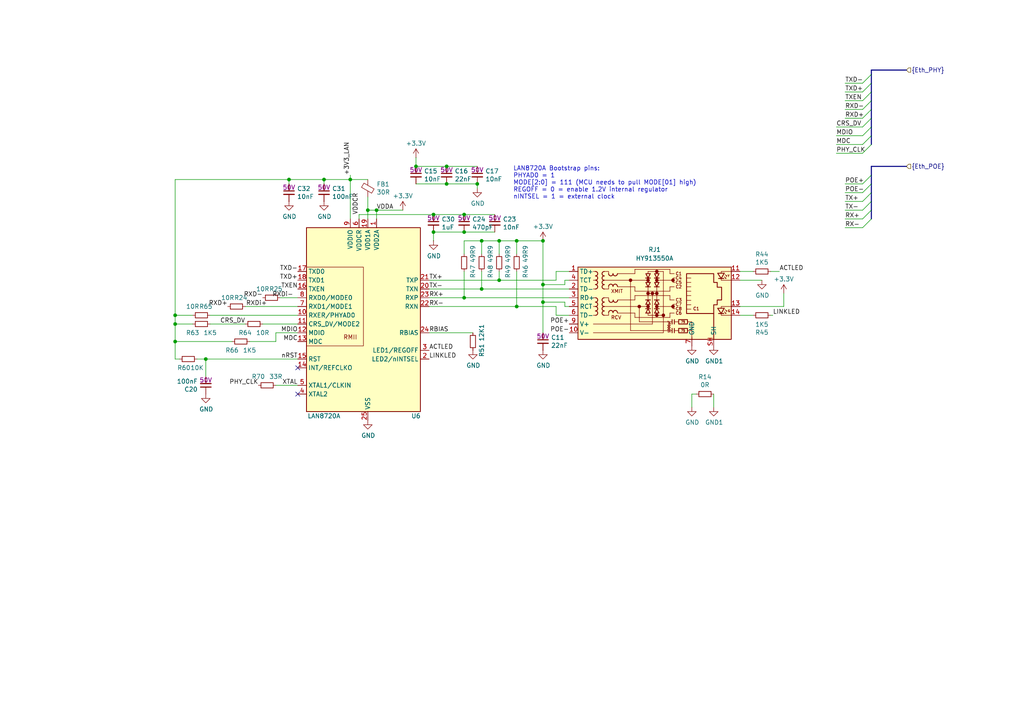
<source format=kicad_sch>
(kicad_sch (version 20250114) (generator "eeschema") (generator_version "9.0")
  (paper "A4")
  (lib_symbols
    (symbol "Device:C_Small" (pin_numbers (hide yes)) (pin_names (offset 0.254) (hide yes))
      (property "Reference" "C" (at 0.254 1.778 0))
      (property "Value" "C_Small" (at 0.254 -2.032 0))
      (symbol "C_Small_0_1"
        (polyline (pts (xy -1.524 0.508) (xy 1.524 0.508)) (stroke (width 0.3048)))
        (polyline (pts (xy -1.524 -0.508) (xy 1.524 -0.508)) (stroke (width 0.3302)))
      )
      (symbol "C_Small_1_1"
        (pin passive line (at 0 2.54 270) (length 2.032) (name "~") (number "1"))
        (pin passive line (at 0 -2.54 90) (length 2.032) (name "~") (number "2"))
      )
    )
    (symbol "Device:Ferrite_Bead_Small" (pin_numbers (hide yes)) (pin_names (offset 0))
      (property "Reference" "FB" (at 1.905 1.27 0))
      (property "Value" "Ferrite_Bead_Small" (at 1.905 -1.27 0))
      (symbol "Ferrite_Bead_Small_0_1"
        (polyline (pts (xy -1.8288 0.2794) (xy -1.1176 1.4986) (xy 1.8288 -0.2032) (xy 1.1176 -1.4224) (xy -1.8288 0.2794)))
        (polyline (pts (xy 0 0.889) (xy 0 1.2954)))
        (polyline (pts (xy 0 -1.27) (xy 0 -0.7874)))
      )
      (symbol "Ferrite_Bead_Small_1_1"
        (pin passive line (at 0 2.54 270) (length 1.27) (name "~") (number "1"))
        (pin passive line (at 0 -2.54 90) (length 1.27) (name "~") (number "2"))
      )
    )
    (symbol "Device:R_Small" (pin_numbers (hide yes)) (pin_names (offset 0.254) (hide yes))
      (property "Reference" "R" (at 0.762 0.508 0))
      (property "Value" "R_Small" (at 0.762 -1.016 0))
      (symbol "R_Small_0_1"
        (rectangle (start -0.762 1.778) (end 0.762 -1.778) (stroke (width 0.2032)))
      )
      (symbol "R_Small_1_1"
        (pin passive line (at 0 2.54 270) (length 0.762) (name "~") (number "1"))
        (pin passive line (at 0 -2.54 90) (length 0.762) (name "~") (number "2"))
      )
    )
    (symbol "Interface_Ethernet:LAN8720A"
      (property "Reference" "U" (at -13.97 29.21 0))
      (property "Value" "LAN8720A" (at 15.24 29.21 0))
      (symbol "LAN8720A_0_0"
        (text "RMII" (at -5.08 -3.81 0) (effects (font (size 1.27 1.27))))
      )
      (symbol "LAN8720A_0_1"
        (rectangle (start -17.78 27.94) (end 15.24 -25.4) (stroke (width 0.254)) (fill (type background)))
        (polyline (pts (xy -17.78 -6.35) (xy -1.27 -6.35) (xy -1.27 16.51) (xy -17.78 16.51)))
      )
      (symbol "LAN8720A_1_1"
        (pin input line (at -20.32 15.24 0) (length 2.54) (name "TXD0") (number "17"))
        (pin input line (at -20.32 12.7 0) (length 2.54) (name "TXD1") (number "18"))
        (pin input line (at -20.32 10.16 0) (length 2.54) (name "TXEN") (number "16"))
        (pin output line (at -20.32 7.62 0) (length 2.54) (name "RXD0/MODE0") (number "8"))
        (pin output line (at -20.32 5.08 0) (length 2.54) (name "RXD1/MODE1") (number "7"))
        (pin output line (at -20.32 2.54 0) (length 2.54) (name "RXER/PHYAD0") (number "10"))
        (pin output line (at -20.32 0 0) (length 2.54) (name "CRS_DV/MODE2") (number "11"))
        (pin bidirectional line (at -20.32 -2.54 0) (length 2.54) (name "MDIO") (number "12"))
        (pin input line (at -20.32 -5.08 0) (length 2.54) (name "MDC") (number "13"))
        (pin input line (at -20.32 -10.16 0) (length 2.54) (name "RST") (number "15"))
        (pin output line (at -20.32 -12.7 0) (length 2.54) (name "INT/REFCLKO") (number "14"))
        (pin passive line (at -20.32 -17.78 0) (length 2.54) (name "XTAL1/CLKIN") (number "5"))
        (pin passive line (at -20.32 -20.32 0) (length 2.54) (name "XTAL2") (number "4"))
        (pin power_in line (at -5.08 30.48 270) (length 2.54) (name "VDDIO") (number "9"))
        (pin power_in line (at -2.54 30.48 270) (length 2.54) (name "VDDCR") (number "6"))
        (pin power_in line (at 0 30.48 270) (length 2.54) (name "VDD1A") (number "19"))
        (pin power_in line (at 0 -27.94 90) (length 2.54) (name "VSS") (number "25"))
        (pin power_in line (at 2.54 30.48 270) (length 2.54) (name "VDD2A") (number "1"))
        (pin output line (at 17.78 12.7 180) (length 2.54) (name "TXP") (number "21"))
        (pin output line (at 17.78 10.16 180) (length 2.54) (name "TXN") (number "20"))
        (pin output line (at 17.78 7.62 180) (length 2.54) (name "RXP") (number "23"))
        (pin output line (at 17.78 5.08 180) (length 2.54) (name "RXN") (number "22"))
        (pin input line (at 17.78 -2.54 180) (length 2.54) (name "RBIAS") (number "24"))
        (pin bidirectional line (at 17.78 -7.62 180) (length 2.54) (name "LED1/REGOFF") (number "3"))
        (pin bidirectional line (at 17.78 -10.16 180) (length 2.54) (name "LED2/nINTSEL") (number "2"))
      )
    )
    (symbol "easyeda2kicad:HR861153C"
      (property "Reference" "U" (at -2.54 12.954 0))
      (property "Value" "HR861153C" (at -1.778 10.668 0))
      (symbol "HR861153C_0_0"
        (circle (center -7.62 5.08) (radius 0.0001) (stroke (width 0.508)))
        (circle (center -5.08 -2.54) (radius 0.0001) (stroke (width 0.508)))
        (circle (center -2.54 5.08) (radius 0.0001) (stroke (width 0.508)))
        (circle (center -2.54 1.27) (radius 0.0001) (stroke (width 0.508)))
        (circle (center -2.54 -2.54) (radius 0.0001) (stroke (width 0.508)))
        (circle (center -1.27 1.27) (radius 0.0001) (stroke (width 0.508)))
        (circle (center 0 7.62) (radius 0.0001) (stroke (width 0.508)))
        (circle (center 0 5.08) (radius 0.0001) (stroke (width 0.508)))
        (circle (center 0 1.27) (radius 0.0001) (stroke (width 0.508)))
        (circle (center 0 -2.54) (radius 0.0001) (stroke (width 0.508)))
        (circle (center 0 -5.08) (radius 0.0001) (stroke (width 0.508)))
        (circle (center 1.905 -5.08) (radius 0.0001) (stroke (width 0.508)))
        (polyline (pts (xy 4.445 -6.35) (xy 4.445 -7.62)) (stroke (width 0.254)))
        (polyline (pts (xy 4.445 -8.89) (xy 4.445 -10.16)) (stroke (width 0.254)))
        (polyline (pts (xy 4.699 5.08) (xy 4.191 5.08)))
        (circle (center 4.699 5.08) (radius 0.0001) (stroke (width 0.508)))
        (polyline (pts (xy 4.699 -2.54) (xy 4.191 -2.54)))
        (circle (center 4.699 -2.54) (radius 0.0001) (stroke (width 0.508)))
        (polyline (pts (xy 5.08 -6.35) (xy 5.08 -7.62)) (stroke (width 0.254)))
        (polyline (pts (xy 5.08 -8.89) (xy 5.08 -10.16)) (stroke (width 0.254)))
        (polyline (pts (xy 5.334 5.715) (xy 4.699 5.715) (xy 4.699 4.445) (xy 5.334 4.445)))
        (polyline (pts (xy 5.334 -1.905) (xy 4.699 -1.905) (xy 4.699 -3.175) (xy 5.334 -3.175)))
        (polyline (pts (xy 18.669 7.112) (xy 18.669 7.62) (xy 21.59 7.62)))
        (polyline (pts (xy 18.669 -3.048) (xy 18.669 -2.54) (xy 21.59 -2.54)))
        (polyline (pts (xy 21.59 5.08) (xy 18.669 5.08) (xy 18.669 5.588)))
        (polyline (pts (xy 21.59 -5.08) (xy 18.669 -5.08) (xy 18.669 -4.572)))
        (text "XMIT" (at -13.335 1.905 0) (effects (font (size 1.016 1.016)) (justify left)))
        (text "RCV" (at -13.335 -5.715 0) (effects (font (size 1.016 1.016)) (justify left)))
        (text "C1" (at 6.35 6.985 0) (effects (font (size 0.889 0.889))))
        (text "C4" (at 6.35 5.715 0) (effects (font (size 0.889 0.889))))
        (text "C5" (at 6.35 4.445 0) (effects (font (size 0.889 0.889))))
        (text "C2" (at 6.35 3.175 0) (effects (font (size 0.889 0.889))))
        (text "C3" (at 6.35 -0.635 0) (effects (font (size 0.889 0.889))))
        (text "C7" (at 6.35 -1.905 0) (effects (font (size 0.889 0.889))))
        (text "C8" (at 6.35 -3.175 0) (effects (font (size 0.889 0.889))))
        (text "C6" (at 6.35 -4.445 0) (effects (font (size 0.889 0.889))))
        (text "C1" (at 11.43 -3.175 0) (effects (font (size 0.889 0.889))))
      )
      (symbol "HR861153C_0_1"
        (rectangle (start -22.86 8.89) (end 21.59 -12.065) (stroke (width 0.254)) (fill (type background)))
        (polyline (pts (xy -17.78 7.62) (xy -18.415 7.62)))
        (polyline (pts (xy -17.78 5.08) (xy -18.415 5.08)))
        (polyline (pts (xy -17.78 2.54) (xy -18.415 2.54)))
        (polyline (pts (xy -17.78 0) (xy -18.415 0)))
        (polyline (pts (xy -17.78 -2.54) (xy -18.415 -2.54)))
        (polyline (pts (xy -17.78 -5.08) (xy -18.415 -5.08)))
        (polyline (pts (xy -15.24 7.62) (xy -13.97 7.62) (xy -13.97 6.985)))
        (polyline (pts (xy -15.24 0) (xy -13.97 0) (xy -13.97 -0.635)))
        (polyline (pts (xy -13.97 3.175) (xy -13.97 2.54) (xy -15.24 2.54)))
        (polyline (pts (xy -13.97 -4.445) (xy -13.97 -5.08) (xy -15.24 -5.08)))
        (polyline (pts (xy -11.43 6.985) (xy -6.35 6.985)))
        (polyline (pts (xy -11.43 3.175) (xy -6.35 3.175)))
        (polyline (pts (xy -11.43 -4.445) (xy -6.35 -4.445)))
        (polyline (pts (xy -11.303 -0.635) (xy -6.35 -0.635)))
        (polyline (pts (xy -7.62 5.08) (xy -15.24 5.08)))
        (polyline (pts (xy -7.62 5.08) (xy -7.62 -9.525)))
        (polyline (pts (xy -6.35 8.255) (xy 3.81 8.255)))
        (polyline (pts (xy -6.35 6.985) (xy -6.35 8.255)))
        (polyline (pts (xy -6.35 1.905) (xy -6.35 3.175)))
        (polyline (pts (xy -6.35 1.905) (xy 3.81 1.905)))
        (polyline (pts (xy -6.35 0.635) (xy 3.81 0.635)))
        (polyline (pts (xy -6.35 -0.635) (xy -6.35 0.635)))
        (polyline (pts (xy -6.35 -5.715) (xy -6.35 -4.445)))
        (polyline (pts (xy -6.35 -5.715) (xy 3.81 -5.715)))
        (polyline (pts (xy -5.08 -2.54) (xy -5.08 -6.985)))
        (polyline (pts (xy -2.54 7.62) (xy -2.54 6.985)))
        (polyline (pts (xy -2.54 5.715) (xy -2.54 4.445)))
        (polyline (pts (xy -2.54 5.08) (xy -7.62 5.08)))
        (polyline (pts (xy -2.54 3.175) (xy -2.54 -0.635)))
        (polyline (pts (xy -2.54 1.27) (xy 0 1.27)))
        (polyline (pts (xy -2.54 -2.54) (xy -15.24 -2.54)))
        (polyline (pts (xy -2.54 -3.175) (xy -2.54 -1.905)))
        (polyline (pts (xy -2.54 -5.08) (xy -2.54 -4.445)))
        (polyline (pts (xy -1.27 1.27) (xy -1.27 -7.62)))
        (polyline (pts (xy -1.27 -7.62) (xy -18.415 -7.62)))
        (polyline (pts (xy 0 7.62) (xy 0 6.985)))
        (polyline (pts (xy 0 5.715) (xy 0 4.445)))
        (polyline (pts (xy 0 5.08) (xy 4.445 5.08)))
        (polyline (pts (xy 0 3.175) (xy 0 -0.635)))
        (polyline (pts (xy 0 -2.54) (xy 4.445 -2.54)))
        (polyline (pts (xy 0 -3.175) (xy 0 -1.905)))
        (polyline (pts (xy 0 -5.08) (xy 0 -4.445)))
        (polyline (pts (xy 1.905 7.62) (xy -2.54 7.62)))
        (polyline (pts (xy 1.905 7.62) (xy 1.905 -10.16)))
        (polyline (pts (xy 1.905 -5.08) (xy -2.54 -5.08)))
        (polyline (pts (xy 1.905 -10.16) (xy -18.415 -10.16)))
        (polyline (pts (xy 3.81 8.255) (xy 3.81 6.985)))
        (polyline (pts (xy 3.81 6.985) (xy 5.08 6.985)))
        (polyline (pts (xy 3.81 3.175) (xy 3.81 1.905)))
        (polyline (pts (xy 3.81 3.175) (xy 5.08 3.175)))
        (polyline (pts (xy 3.81 0.635) (xy 3.81 -0.635)))
        (polyline (pts (xy 3.81 -0.635) (xy 5.08 -0.635)))
        (polyline (pts (xy 3.81 -4.445) (xy 3.81 -5.715)))
        (polyline (pts (xy 3.81 -4.445) (xy 5.08 -4.445)))
        (polyline (pts (xy 4.445 -6.985) (xy -5.08 -6.985)))
        (polyline (pts (xy 4.445 -9.525) (xy -7.62 -9.525)))
        (polyline (pts (xy 5.08 -6.985) (xy 6.35 -6.985)))
        (polyline (pts (xy 5.08 -9.525) (xy 6.35 -9.525)))
        (polyline (pts (xy 8.636 3.175) (xy 9.906 3.175)))
        (polyline (pts (xy 8.636 1.905) (xy 9.906 1.905)))
        (polyline (pts (xy 8.636 0.635) (xy 9.906 0.635)))
        (polyline (pts (xy 8.636 -0.762) (xy 9.906 -0.762)))
        (polyline (pts (xy 8.636 -2.032) (xy 9.906 -2.032)))
        (polyline (pts (xy 8.89 -6.985) (xy 10.16 -6.985)))
        (polyline (pts (xy 8.89 -9.525) (xy 10.16 -9.525)))
        (polyline (pts (xy 9.906 5.715) (xy 8.636 5.715)))
        (polyline (pts (xy 9.906 4.445) (xy 8.636 4.445)))
        (polyline (pts (xy 9.906 -3.302) (xy 8.636 -3.302)))
        (polyline (pts (xy 10.16 -6.985) (xy 10.16 -12.065)))
      )
      (symbol "HR861153C_1_0"
        (text "1000pF" (at 3.556 -8.382 900) (effects (font (size 0.635 0.635))))
      )
      (symbol "HR861153C_1_1"
        (arc (start -17.78 0) (mid -17.1477 -0.635) (end -17.78 -1.27) (stroke (width 0.254)))
        (arc (start -17.7773 7.62) (mid -17.145 6.985) (end -17.7773 6.35) (stroke (width 0.254)))
        (arc (start -17.7773 -1.27) (mid -17.145 -1.905) (end -17.7773 -2.54) (stroke (width 0.254)))
        (arc (start -17.7773 -2.54) (mid -17.145 -3.175) (end -17.7773 -3.81) (stroke (width 0.254)))
        (arc (start -17.7773 -3.81) (mid -17.145 -4.445) (end -17.7773 -5.08) (stroke (width 0.254)))
        (arc (start -17.7746 6.35) (mid -17.1423 5.715) (end -17.7746 5.08) (stroke (width 0.254)))
        (arc (start -17.7746 5.08) (mid -17.1423 4.445) (end -17.7746 3.81) (stroke (width 0.254)))
        (arc (start -17.7746 3.81) (mid -17.1423 3.175) (end -17.7746 2.54) (stroke (width 0.254)))
        (arc (start -15.2454 6.35) (mid -15.8777 6.985) (end -15.2454 7.62) (stroke (width 0.254)))
        (arc (start -15.2454 5.08) (mid -15.8777 5.715) (end -15.2454 6.35) (stroke (width 0.254)))
        (arc (start -15.2454 3.81) (mid -15.8777 4.445) (end -15.2454 5.08) (stroke (width 0.254)))
        (arc (start -15.2454 -1.27) (mid -15.8777 -0.635) (end -15.2454 0) (stroke (width 0.254)))
        (arc (start -15.2454 -2.54) (mid -15.8777 -1.905) (end -15.2454 -1.27) (stroke (width 0.254)))
        (arc (start -15.2454 -3.81) (mid -15.8777 -3.175) (end -15.2454 -2.54) (stroke (width 0.254)))
        (arc (start -15.2427 2.54) (mid -15.875 3.175) (end -15.2427 3.81) (stroke (width 0.254)))
        (arc (start -15.2427 -5.08) (mid -15.875 -4.445) (end -15.2427 -3.81) (stroke (width 0.254)))
        (arc (start -12.7 6.9823) (mid -13.335 6.35) (end -13.97 6.9823) (stroke (width 0.254)))
        (arc (start -13.97 3.3047) (mid -13.335 3.937) (end -12.7 3.3047) (stroke (width 0.254)))
        (arc (start -13.97 -4.3153) (mid -13.335 -3.683) (end -12.7 -4.3153) (stroke (width 0.254)))
        (arc (start -12.6365 -0.7012) (mid -13.2715 -1.3335) (end -13.9065 -0.7012) (stroke (width 0.254)))
        (arc (start -11.43 6.985) (mid -12.065 6.3527) (end -12.7 6.985) (stroke (width 0.254)))
        (arc (start -12.7 3.3074) (mid -12.065 3.9397) (end -11.43 3.3074) (stroke (width 0.254)))
        (arc (start -12.7 -4.3126) (mid -12.065 -3.6803) (end -11.43 -4.3126) (stroke (width 0.254)))
        (arc (start -11.3665 -0.6985) (mid -12.0015 -1.3308) (end -12.6365 -0.6985) (stroke (width 0.254)))
        (polyline (pts (xy -3.2385 -0.635) (xy -1.8415 -0.635)) (stroke (width 0.254)))
        (polyline (pts (xy -3.2385 -3.175) (xy -1.8415 -3.175)) (stroke (width 0.254)))
        (polyline (pts (xy -3.175 -1.905) (xy -1.905 -1.905) (xy -2.54 -0.635) (xy -3.175 -1.905)) (stroke (width 0.254)))
        (polyline (pts (xy -3.175 -4.445) (xy -1.905 -4.445) (xy -2.54 -3.175) (xy -3.175 -4.445)) (stroke (width 0.254)))
        (polyline (pts (xy -1.905 6.985) (xy -3.175 6.985) (xy -2.54 5.715) (xy -1.905 6.985)) (stroke (width 0.254)))
        (polyline (pts (xy -1.905 4.445) (xy -3.175 4.445) (xy -2.54 3.175) (xy -1.905 4.445)) (stroke (width 0.254)))
        (polyline (pts (xy -1.8415 5.715) (xy -3.2385 5.715)) (stroke (width 0.254)))
        (polyline (pts (xy -1.8415 3.175) (xy -3.2385 3.175)) (stroke (width 0.254)))
        (polyline (pts (xy -0.6985 -0.635) (xy 0.6985 -0.635)) (stroke (width 0.254)))
        (polyline (pts (xy -0.6985 -3.175) (xy 0.6985 -3.175)) (stroke (width 0.254)))
        (polyline (pts (xy -0.635 -1.905) (xy 0.635 -1.905) (xy 0 -0.635) (xy -0.635 -1.905)) (stroke (width 0.254)))
        (polyline (pts (xy -0.635 -4.445) (xy 0.635 -4.445) (xy 0 -3.175) (xy -0.635 -4.445)) (stroke (width 0.254)))
        (polyline (pts (xy 0.635 6.985) (xy -0.635 6.985) (xy 0 5.715) (xy 0.635 6.985)) (stroke (width 0.254)))
        (polyline (pts (xy 0.635 4.445) (xy -0.635 4.445) (xy 0 3.175) (xy 0.635 4.445)) (stroke (width 0.254)))
        (polyline (pts (xy 0.6985 5.715) (xy -0.6985 5.715)) (stroke (width 0.254)))
        (polyline (pts (xy 0.6985 3.175) (xy -0.6985 3.175)) (stroke (width 0.254)))
        (rectangle (start 6.35 -6.35) (end 8.89 -7.62) (stroke (width 0.254)))
        (rectangle (start 6.35 -8.89) (end 8.89 -10.16) (stroke (width 0.254)))
        (polyline (pts (xy 8.636 -4.572) (xy 8.636 6.985) (xy 16.51 6.985) (xy 16.51 4.445) (xy 17.526 4.445) (xy 17.526 3.048) (xy 18.796 3.048) (xy 18.796 -0.635) (xy 17.526 -0.635) (xy 17.526 -2.032) (xy 16.51 -2.032) (xy 16.51 -4.572) (xy 8.636 -4.572)) (stroke (width 0.254)))
        (polyline (pts (xy 16.51 -12.065) (xy 16.51 -4.572)) (stroke (width 0.254)))
        (polyline (pts (xy 19.431 5.588) (xy 17.907 5.588)) (stroke (width 0.254)))
        (polyline (pts (xy 19.431 -4.572) (xy 17.907 -4.572)) (stroke (width 0.254)))
        (polyline (pts (xy 19.558 7.112) (xy 17.653 7.112) (xy 18.669 5.588) (xy 19.558 7.112)) (stroke (width 0.254)))
        (polyline (pts (xy 19.558 6.096) (xy 20.066 5.588) (xy 19.812 5.588)))
        (polyline (pts (xy 19.558 -3.048) (xy 17.653 -3.048) (xy 18.669 -4.572) (xy 19.558 -3.048)) (stroke (width 0.254)))
        (polyline (pts (xy 19.558 -4.064) (xy 20.066 -4.572) (xy 19.812 -4.572)))
        (polyline (pts (xy 19.812 6.731) (xy 20.32 6.223) (xy 20.066 6.223)))
        (polyline (pts (xy 19.812 -3.429) (xy 20.32 -3.937) (xy 20.066 -3.937)))
        (polyline (pts (xy 20.066 5.588) (xy 20.066 5.842)))
        (polyline (pts (xy 20.066 -4.572) (xy 20.066 -4.318)))
        (polyline (pts (xy 20.32 6.223) (xy 20.32 6.477)))
        (polyline (pts (xy 20.32 -3.937) (xy 20.32 -3.683)))
        (text "75" (at 7.62 -6.985 0) (effects (font (size 0.635 0.635))))
        (text "75" (at 7.62 -9.525 0) (effects (font (size 0.635 0.635))))
        (text "Y" (at 20.828 6.35 0) (effects (font (size 0.635 0.635))))
        (text "G" (at 20.955 -3.81 0) (effects (font (size 0.635 0.635))))
        (pin unspecified line (at -25.4 7.62 0) (length 2.54) (name "TD+") (number "1"))
        (pin unspecified line (at -25.4 5.08 0) (length 2.54) (name "TCT") (number "4"))
        (pin unspecified line (at -25.4 2.54 0) (length 2.54) (name "TD-") (number "2"))
        (pin unspecified line (at -25.4 0 0) (length 2.54) (name "RD+") (number "3"))
        (pin unspecified line (at -25.4 -2.54 0) (length 2.54) (name "RCT") (number "5"))
        (pin unspecified line (at -25.4 -5.08 0) (length 2.54) (name "TD-") (number "6"))
        (pin unspecified line (at -25.4 -7.62 0) (length 2.54) (name "V+") (number "9"))
        (pin unspecified line (at -25.4 -10.16 0) (length 2.54) (name "V-") (number "10"))
        (pin unspecified line (at 10.16 -13.97 90) (length 2.54) (name "GND") (number "7"))
        (pin unspecified line (at 16.51 -13.97 90) (length 2.54) (name "SH") (number "SH"))
        (pin no_connect line (at 21.59 0 0) (length 0) (hide yes) (name "NC") (number "7"))
        (pin unspecified line (at 24.13 7.62 180) (length 2.54) (name "") (number "11"))
        (pin unspecified line (at 24.13 5.08 180) (length 2.54) (name "") (number "12"))
        (pin unspecified line (at 24.13 -2.54 180) (length 2.54) (name "") (number "13"))
        (pin unspecified line (at 24.13 -5.08 180) (length 2.54) (name "") (number "14"))
      )
    )
    (symbol "power:+3.3V" (power) (pin_numbers (hide yes)) (pin_names (offset 0) (hide yes))
      (property "Value" "+3.3V" (at 0 3.556 0))
      (symbol "+3.3V_0_1"
        (polyline (pts (xy -0.762 1.27) (xy 0 2.54)))
        (polyline (pts (xy 0 2.54) (xy 0.762 1.27)))
        (polyline (pts (xy 0 0) (xy 0 2.54)))
      )
      (symbol "+3.3V_1_1"
        (pin power_in line (at 0 0 90) (length 0) (name "~") (number "1"))
      )
    )
    (symbol "power:GND" (power) (pin_numbers (hide yes)) (pin_names (offset 0) (hide yes))
      (property "Value" "GND" (at 0 -3.81 0))
      (symbol "GND_0_1"
        (polyline (pts (xy 0 0) (xy 0 -1.27) (xy 1.27 -1.27) (xy 0 -2.54) (xy -1.27 -1.27) (xy 0 -1.27)))
      )
      (symbol "GND_1_1"
        (pin power_in line (at 0 0 270) (length 0) (name "~") (number "1"))
      )
    )
    (symbol "power:GND1" (power) (pin_names (offset 0))
      (property "Value" "GND1" (at 0 -3.81 0))
      (symbol "GND1_0_1"
        (polyline (pts (xy 0 0) (xy 0 -1.27) (xy 1.27 -1.27) (xy 0 -2.54) (xy -1.27 -1.27) (xy 0 -1.27)))
      )
      (symbol "GND1_1_1"
        (pin power_in line (at 0 0 270) (length 0) (hide yes) (name "GND1") (number "1"))
      )
    )
  )
  (bus_alias "Eth_PHY" (members "TXD-" "TXD+" "TXEN" "RXD-" "RXD+" "CRS_DV" "MDIO" "MDC" "PHY_CLK"))
  (bus_alias "Eth_POE" (members "POE+" "POE-" "TX+" "TX-" "RX+" "RX-"))
  (text "LAN8720A Bootstrap pins:\nPHYAD0 = 1\nMODE[2:0] = 111 (MCU needs to pull MODE[01] high)\nREGOFF = 0 = enable 1.2V internal regulator\nnINTSEL = 1 = external clock" (at 148.844 57.912 0) (effects (font (size 1.27 1.27)) (justify left bottom)))
  (junction (at 138.43 53.34))
  (junction (at 125.73 62.23))
  (junction (at 157.48 69.85))
  (junction (at 50.8 91.44))
  (junction (at 149.86 88.9))
  (junction (at 149.86 69.85))
  (junction (at 134.62 86.36))
  (junction (at 144.78 81.28))
  (junction (at 144.78 69.85))
  (junction (at 109.22 60.96))
  (junction (at 157.48 87.63))
  (junction (at 59.69 104.14))
  (junction (at 50.8 99.06))
  (junction (at 93.98 52.07))
  (junction (at 139.7 83.82))
  (junction (at 157.48 82.55))
  (junction (at 83.82 52.07))
  (junction (at 129.54 48.26))
  (junction (at 125.73 67.31))
  (junction (at 139.7 69.85))
  (junction (at 50.8 93.98))
  (junction (at 106.68 60.96))
  (junction (at 134.62 67.31))
  (junction (at 101.6 52.07))
  (junction (at 129.54 53.34))
  (junction (at 134.62 62.23))
  (junction (at 120.65 48.26))
  (no_connect (at 86.36 114.3))
  (no_connect (at 86.36 106.68))
  (bus_entry (at 252.73 41.91) (size -2.54 2.54))
  (bus_entry (at 252.73 26.67) (size -2.54 2.54))
  (bus_entry (at 252.73 55.88) (size -2.54 2.54))
  (bus_entry (at 252.73 60.96) (size -2.54 2.54))
  (bus_entry (at 252.73 31.75) (size -2.54 2.54))
  (bus_entry (at 252.73 34.29) (size -2.54 2.54))
  (bus_entry (at 252.73 53.34) (size -2.54 2.54))
  (bus_entry (at 252.73 63.5) (size -2.54 2.54))
  (bus_entry (at 252.73 39.37) (size -2.54 2.54))
  (bus_entry (at 252.73 36.83) (size -2.54 2.54))
  (bus_entry (at 252.73 58.42) (size -2.54 2.54))
  (bus_entry (at 252.73 29.21) (size -2.54 2.54))
  (bus_entry (at 252.73 50.8) (size -2.54 2.54))
  (bus_entry (at 252.73 24.13) (size -2.54 2.54))
  (bus_entry (at 252.73 21.59) (size -2.54 2.54))
  (wire (pts (xy 165.1 78.74) (xy 161.29 78.74)))
  (wire (pts (xy 201.93 114.3) (xy 200.66 114.3)))
  (wire (pts (xy 245.11 24.13) (xy 250.19 24.13)))
  (wire (pts (xy 245.11 34.29) (xy 250.19 34.29)))
  (wire (pts (xy 106.68 60.96) (xy 106.68 63.5)))
  (wire (pts (xy 214.63 91.44) (xy 218.44 91.44)))
  (wire (pts (xy 242.57 36.83) (xy 250.19 36.83)))
  (wire (pts (xy 144.78 73.66) (xy 144.78 69.85)))
  (bus (pts (xy 252.73 20.32) (xy 262.89 20.32)))
  (wire (pts (xy 157.48 69.85) (xy 157.48 82.55)))
  (wire (pts (xy 149.86 73.66) (xy 149.86 69.85)))
  (wire (pts (xy 50.8 52.07) (xy 83.82 52.07)))
  (wire (pts (xy 144.78 69.85) (xy 139.7 69.85)))
  (wire (pts (xy 139.7 73.66) (xy 139.7 69.85)))
  (wire (pts (xy 59.69 104.14) (xy 59.69 109.22)))
  (wire (pts (xy 50.8 93.98) (xy 50.8 91.44)))
  (wire (pts (xy 245.11 53.34) (xy 250.19 53.34)))
  (wire (pts (xy 93.98 53.34) (xy 93.98 52.07)))
  (wire (pts (xy 104.14 62.23) (xy 104.14 63.5)))
  (wire (pts (xy 245.11 60.96) (xy 250.19 60.96)))
  (wire (pts (xy 60.96 93.98) (xy 71.12 93.98)))
  (wire (pts (xy 104.14 62.23) (xy 125.73 62.23)))
  (wire (pts (xy 138.43 53.34) (xy 129.54 53.34)))
  (wire (pts (xy 134.62 62.23) (xy 143.51 62.23)))
  (wire (pts (xy 139.7 83.82) (xy 124.46 83.82)))
  (wire (pts (xy 144.78 78.74) (xy 144.78 81.28)))
  (wire (pts (xy 134.62 78.74) (xy 134.62 86.36)))
  (bus (pts (xy 252.73 55.88) (xy 252.73 53.34)))
  (wire (pts (xy 124.46 81.28) (xy 144.78 81.28)))
  (wire (pts (xy 124.46 88.9) (xy 149.86 88.9)))
  (wire (pts (xy 245.11 66.04) (xy 250.19 66.04)))
  (wire (pts (xy 55.88 91.44) (xy 50.8 91.44)))
  (wire (pts (xy 83.82 53.34) (xy 83.82 52.07)))
  (wire (pts (xy 109.22 60.96) (xy 109.22 63.5)))
  (wire (pts (xy 129.54 48.26) (xy 138.43 48.26)))
  (wire (pts (xy 72.39 99.06) (xy 80.01 99.06)))
  (wire (pts (xy 50.8 104.14) (xy 50.8 99.06)))
  (wire (pts (xy 134.62 67.31) (xy 125.73 67.31)))
  (wire (pts (xy 57.15 104.14) (xy 59.69 104.14)))
  (wire (pts (xy 242.57 41.91) (xy 250.19 41.91)))
  (wire (pts (xy 50.8 104.14) (xy 52.07 104.14)))
  (wire (pts (xy 245.11 58.42) (xy 250.19 58.42)))
  (wire (pts (xy 161.29 91.44) (xy 161.29 88.9)))
  (wire (pts (xy 80.01 111.76) (xy 86.36 111.76)))
  (bus (pts (xy 252.73 53.34) (xy 252.73 50.8)))
  (wire (pts (xy 220.98 81.28) (xy 214.63 81.28)))
  (wire (pts (xy 134.62 86.36) (xy 165.1 86.36)))
  (wire (pts (xy 245.11 63.5) (xy 250.19 63.5)))
  (wire (pts (xy 134.62 86.36) (xy 124.46 86.36)))
  (wire (pts (xy 55.88 93.98) (xy 50.8 93.98)))
  (wire (pts (xy 134.62 62.23) (xy 125.73 62.23)))
  (wire (pts (xy 101.6 52.07) (xy 101.6 63.5)))
  (bus (pts (xy 252.73 58.42) (xy 252.73 60.96)))
  (wire (pts (xy 214.63 88.9) (xy 227.33 88.9)))
  (bus (pts (xy 252.73 29.21) (xy 252.73 26.67)))
  (wire (pts (xy 227.33 85.09) (xy 227.33 88.9)))
  (wire (pts (xy 93.98 52.07) (xy 101.6 52.07)))
  (wire (pts (xy 71.12 88.9) (xy 86.36 88.9)))
  (bus (pts (xy 252.73 24.13) (xy 252.73 21.59)))
  (wire (pts (xy 120.65 48.26) (xy 129.54 48.26)))
  (bus (pts (xy 252.73 58.42) (xy 252.73 55.88)))
  (wire (pts (xy 245.11 26.67) (xy 250.19 26.67)))
  (wire (pts (xy 157.48 87.63) (xy 157.48 96.52)))
  (wire (pts (xy 245.11 29.21) (xy 250.19 29.21)))
  (bus (pts (xy 252.73 36.83) (xy 252.73 39.37)))
  (wire (pts (xy 80.01 96.52) (xy 86.36 96.52)))
  (wire (pts (xy 67.31 99.06) (xy 50.8 99.06)))
  (wire (pts (xy 116.84 60.96) (xy 109.22 60.96)))
  (wire (pts (xy 143.51 67.31) (xy 134.62 67.31)))
  (wire (pts (xy 101.6 52.07) (xy 106.68 52.07)))
  (wire (pts (xy 106.68 60.96) (xy 109.22 60.96)))
  (wire (pts (xy 83.82 52.07) (xy 93.98 52.07)))
  (wire (pts (xy 157.48 87.63) (xy 163.83 87.63)))
  (wire (pts (xy 214.63 78.74) (xy 218.44 78.74)))
  (wire (pts (xy 165.1 91.44) (xy 161.29 91.44)))
  (wire (pts (xy 81.28 86.36) (xy 86.36 86.36)))
  (wire (pts (xy 223.52 91.44) (xy 224.155 91.44)))
  (wire (pts (xy 125.73 69.85) (xy 125.73 67.31)))
  (wire (pts (xy 200.66 114.3) (xy 200.66 118.11)))
  (bus (pts (xy 252.73 34.29) (xy 252.73 36.83)))
  (wire (pts (xy 165.1 88.9) (xy 163.83 88.9)))
  (wire (pts (xy 149.86 69.85) (xy 144.78 69.85)))
  (wire (pts (xy 124.46 96.52) (xy 137.16 96.52)))
  (wire (pts (xy 106.68 57.15) (xy 106.68 60.96)))
  (wire (pts (xy 60.96 91.44) (xy 86.36 91.44)))
  (wire (pts (xy 76.2 93.98) (xy 86.36 93.98)))
  (wire (pts (xy 139.7 83.82) (xy 165.1 83.82)))
  (bus (pts (xy 252.73 21.59) (xy 252.73 20.32)))
  (wire (pts (xy 157.48 82.55) (xy 157.48 87.63)))
  (wire (pts (xy 242.57 39.37) (xy 250.19 39.37)))
  (wire (pts (xy 242.57 44.45) (xy 250.19 44.45)))
  (wire (pts (xy 138.43 54.61) (xy 138.43 53.34)))
  (wire (pts (xy 161.29 81.28) (xy 144.78 81.28)))
  (wire (pts (xy 245.11 31.75) (xy 250.19 31.75)))
  (wire (pts (xy 139.7 69.85) (xy 134.62 69.85)))
  (wire (pts (xy 139.7 78.74) (xy 139.7 83.82)))
  (wire (pts (xy 80.01 99.06) (xy 80.01 96.52)))
  (wire (pts (xy 120.65 45.72) (xy 120.65 48.26)))
  (bus (pts (xy 252.73 26.67) (xy 252.73 24.13)))
  (wire (pts (xy 161.29 88.9) (xy 149.86 88.9)))
  (bus (pts (xy 252.73 60.96) (xy 252.73 63.5)))
  (wire (pts (xy 134.62 69.85) (xy 134.62 73.66)))
  (bus (pts (xy 252.73 50.8) (xy 252.73 48.26)))
  (wire (pts (xy 59.69 104.14) (xy 86.36 104.14)))
  (bus (pts (xy 252.73 39.37) (xy 252.73 41.91)))
  (wire (pts (xy 50.8 91.44) (xy 50.8 52.07)))
  (wire (pts (xy 50.8 99.06) (xy 50.8 93.98)))
  (wire (pts (xy 207.01 114.3) (xy 207.01 118.11)))
  (wire (pts (xy 163.83 88.9) (xy 163.83 87.63)))
  (wire (pts (xy 129.54 53.34) (xy 120.65 53.34)))
  (bus (pts (xy 252.73 48.26) (xy 262.89 48.26)))
  (wire (pts (xy 245.11 55.88) (xy 250.19 55.88)))
  (wire (pts (xy 149.86 78.74) (xy 149.86 88.9)))
  (wire (pts (xy 223.52 78.74) (xy 226.06 78.74)))
  (wire (pts (xy 101.6 50.8) (xy 101.6 52.07)))
  (wire (pts (xy 165.1 81.28) (xy 163.83 81.28)))
  (bus (pts (xy 252.73 31.75) (xy 252.73 29.21)))
  (wire (pts (xy 163.83 82.55) (xy 157.48 82.55)))
  (wire (pts (xy 163.83 81.28) (xy 163.83 82.55)))
  (wire (pts (xy 161.29 78.74) (xy 161.29 81.28)))
  (wire (pts (xy 157.48 69.85) (xy 149.86 69.85)))
  (bus (pts (xy 252.73 34.29) (xy 252.73 31.75)))
  (label "RX-" (at 124.46 88.9 0))
  (label "CRS_DV" (at 242.57 36.83 0))
  (label "POE-" (at 245.11 55.88 0))
  (label "PHY_CLK" (at 242.57 44.45 0))
  (label "PHY_CLK" (at 74.93 111.76 180))
  (label "POE-" (at 165.1 96.52 180))
  (label "RX-" (at 245.11 66.04 0))
  (label "TXD-" (at 245.11 24.13 0))
  (label "RXD+" (at 245.11 34.29 0))
  (label "RX+" (at 245.11 63.5 0))
  (label "RXDi+" (at 77.47 88.9 180))
  (label "RXD+" (at 66.04 88.9 180))
  (label "LINKLED" (at 224.155 91.44 0))
  (label "XTAL" (at 86.36 111.76 180))
  (label "MDC" (at 86.36 99.06 180))
  (label "TX-" (at 245.11 60.96 0))
  (label "MDIO" (at 86.36 96.52 180))
  (label "TXEN" (at 86.36 83.82 180))
  (label "MDIO" (at 242.57 39.37 0))
  (label "ACTLED" (at 226.06 78.74 0))
  (label "LINKLED" (at 124.46 104.14 0))
  (label "POE+" (at 165.1 93.98 180))
  (label "TXEN" (at 245.11 29.21 0))
  (label "TXD+" (at 86.36 81.28 180))
  (label "TXD-" (at 86.36 78.74 180))
  (label "TX-" (at 124.46 83.82 0))
  (label "RX+" (at 124.46 86.36 0))
  (label "VDDA" (at 109.22 60.96 0))
  (label "ACTLED" (at 124.46 101.6 0))
  (label "nRST" (at 86.36 104.14 180))
  (label "RBIAS" (at 124.46 96.52 0))
  (label "RXD-" (at 76.2 86.36 180))
  (label "+3V3_LAN" (at 101.6 50.8 90))
  (label "CRS_DV" (at 71.12 93.98 180))
  (label "RXDi-" (at 85.09 86.36 180))
  (label "RXD-" (at 245.11 31.75 0))
  (label "TX+" (at 124.46 81.28 0))
  (label "TX+" (at 245.11 58.42 0))
  (label "TXD+" (at 245.11 26.67 0))
  (label "MDC" (at 242.57 41.91 0))
  (label "POE+" (at 245.11 53.34 0))
  (label "VDDCR" (at 104.14 62.23 90))
  (hierarchical_label "{Eth_POE}" (shape input) (at 262.89 48.26 0))
  (hierarchical_label "{Eth_PHY}" (shape input) (at 262.89 20.32 0))
  (symbol (lib_id "power:GND") (at 125.73 69.85 0) (unit 1)
    (property "Reference" "#PWR074" (effects (hide yes)))
    (property "Value" "GND" (at 125.857 74.2442 0))
  )
  (symbol (lib_id "power:GND") (at 157.48 101.6 0) (unit 1)
    (property "Reference" "#PWR081" (effects (hide yes)))
    (property "Value" "GND" (at 157.607 105.9942 0))
  )
  (symbol (lib_id "easyeda2kicad:HR861153C") (at 190.5 86.36 0) (unit 1)
    (property "Reference" "RJ1" (at 189.865 72.39 0))
    (property "Value" "HY913550A" (at 189.865 74.93 0))
    (property "Footprint" "easyeda2kicad:RJ45-TH_ARJP11A-MASA-B-A-EMU2" (effects (hide yes)))
    (property "Datasheet" "https://datasheet.lcsc.com/lcsc/1811141815_HANRUN-Zhongshan-HanRun-Elec-HR911105A_C12074.pdf" (effects (hide yes)))
    (property "Description" "1 Port RJ45 Magjack Connector Through Hole 10/100 Base-T, AutoMDIX" (effects (hide yes)))
    (property "LCSC Part" "C19724782" (effects (hide yes)))
    (property "LCSC" "C163507" (effects (hide yes)))
  )
  (symbol (lib_id "power:GND") (at 200.66 100.33 0) (unit 1)
    (property "Reference" "#PWR087" (effects (hide yes)))
    (property "Value" "GND" (at 200.787 104.7242 0))
  )
  (symbol (lib_id "Device:C_Small") (at 143.51 64.77 0) (unit 1)
    (property "Reference" "C23" (at 145.8468 63.6016 0) (effects (justify left)))
    (property "Value" "10nF" (at 145.8468 65.913 0) (effects (justify left)))
    (property "Footprint" "Capacitor_SMD:C_0603_1608Metric" (effects (hide yes)))
    (property "LCSC" "C57112" (effects (hide yes)))
    (property "Rating" "50V" (at 143.51 63.246 0))
  )
  (symbol (lib_id "Device:R_Small") (at 77.47 111.76 270) (unit 1)
    (property "Reference" "R70" (at 74.93 109.22 90))
    (property "Value" "33R" (at 80.01 109.22 90))
    (property "Footprint" "Resistor_SMD:R_0603_1608Metric" (effects (hide yes)))
    (property "LCSC" "C23140" (effects (hide yes)))
  )
  (symbol (lib_id "Device:R_Small") (at 220.98 91.44 90) (unit 1)
    (property "Reference" "R45" (at 220.98 96.4184 90))
    (property "Value" "1K5" (at 220.98 94.107 90))
    (property "Footprint" "Resistor_SMD:R_0603_1608Metric" (effects (hide yes)))
    (property "LCSC" "C22843" (effects (hide yes)))
  )
  (symbol (lib_id "power:GND") (at 83.82 58.42 0) (unit 1)
    (property "Reference" "#PWR092" (effects (hide yes)))
    (property "Value" "GND" (at 83.947 62.8142 0))
  )
  (symbol (lib_id "Device:R_Small") (at 58.42 93.98 90) (unit 1)
    (property "Reference" "R63" (at 55.88 96.52 90))
    (property "Value" "1K5" (at 60.96 96.52 90))
    (property "Footprint" "Resistor_SMD:R_0603_1608Metric" (effects (hide yes)))
    (property "LCSC" "C22843" (effects (hide yes)))
  )
  (symbol (lib_id "Device:R_Small") (at 73.66 93.98 90) (unit 1)
    (property "Reference" "R64" (at 71.12 96.52 90))
    (property "Value" "10R" (at 76.2 96.52 90))
    (property "Footprint" "Resistor_SMD:R_0603_1608Metric" (effects (hide yes)))
    (property "LCSC" "C22859" (effects (hide yes)))
  )
  (symbol (lib_id "Device:C_Small") (at 93.98 55.88 0) (unit 1)
    (property "Reference" "C31" (at 96.3168 54.7116 0) (effects (justify left)))
    (property "Value" "100nF" (at 96.3168 57.023 0) (effects (justify left)))
    (property "Footprint" "Capacitor_SMD:C_0603_1608Metric" (effects (hide yes)))
    (property "LCSC" "C14663" (effects (hide yes)))
    (property "Rating" "50V" (at 93.98 54.356 0))
  )
  (symbol (lib_id "Device:C_Small") (at 157.48 99.06 0) (unit 1)
    (property "Reference" "C11" (at 159.8168 97.8916 0) (effects (justify left)))
    (property "Value" "22nF" (at 159.8168 100.203 0) (effects (justify left)))
    (property "Footprint" "Capacitor_SMD:C_0603_1608Metric" (effects (hide yes)))
    (property "LCSC" "C21122" (effects (hide yes)))
    (property "Rating" "50V" (at 157.48 97.536 0))
  )
  (symbol (lib_id "Device:R_Small") (at 54.61 104.14 90) (unit 1)
    (property "Reference" "R60" (at 53.34 106.68 90))
    (property "Value" "10K" (at 57.15 106.68 90))
    (property "Footprint" "Resistor_SMD:R_0603_1608Metric" (effects (hide yes)))
    (property "LCSC" "C25804" (effects (hide yes)))
  )
  (symbol (lib_id "Device:R_Small") (at 69.85 99.06 90) (unit 1)
    (property "Reference" "R66" (at 67.31 101.6 90))
    (property "Value" "1K5" (at 72.39 101.6 90))
    (property "Footprint" "Resistor_SMD:R_0603_1608Metric" (effects (hide yes)))
    (property "LCSC" "C22843" (effects (hide yes)))
  )
  (symbol (lib_id "Device:C_Small") (at 83.82 55.88 0) (unit 1)
    (property "Reference" "C32" (at 86.1568 54.7116 0) (effects (justify left)))
    (property "Value" "10nF" (at 86.1568 57.023 0) (effects (justify left)))
    (property "Footprint" "Capacitor_SMD:C_0603_1608Metric" (effects (hide yes)))
    (property "LCSC" "C57112" (effects (hide yes)))
    (property "Rating" "50V" (at 83.82 54.356 0))
  )
  (symbol (lib_id "power:GND") (at 200.66 118.11 0) (unit 1)
    (property "Reference" "#PWR083" (effects (hide yes)))
    (property "Value" "GND" (at 200.787 122.5042 0))
  )
  (symbol (lib_id "Interface_Ethernet:LAN8720A") (at 106.68 93.98 0) (unit 1)
    (property "Reference" "U6" (at 120.65 120.65 0))
    (property "Value" "LAN8720A" (at 93.98 120.65 0))
    (property "Footprint" "Package_DFN_QFN:QFN-24-1EP_4x4mm_P0.5mm_EP2.6x2.6mm" (effects (hide yes)))
    (property "Datasheet" "http://ww1.microchip.com/downloads/en/DeviceDoc/8720a.pdf" (effects (hide yes)))
    (property "LCSC" "C45223" (effects (hide yes)))
  )
  (symbol (lib_id "Device:R_Small") (at 134.62 76.2 180) (unit 1)
    (property "Reference" "R47" (at 137.16 78.74 90))
    (property "Value" "49R9" (at 137.16 73.66 90))
    (property "Footprint" "Resistor_SMD:R_0402_1005Metric" (effects (hide yes)))
    (property "LCSC" "C25120" (effects (hide yes)))
  )
  (symbol (lib_id "Device:R_Small") (at 68.58 88.9 270) (unit 1)
    (property "Reference" "R24" (at 69.85 86.36 90))
    (property "Value" "10R" (at 66.04 86.36 90))
    (property "Footprint" "Resistor_SMD:R_0603_1608Metric" (effects (hide yes)))
    (property "LCSC" "C22859" (effects (hide yes)))
  )
  (symbol (lib_id "power:+3.3V") (at 227.33 85.09 0) (unit 1)
    (property "Reference" "#PWR048" (effects (hide yes)))
    (property "Value" "+3.3V" (at 227.33 80.9569 0))
    (property "Description" "Power symbol creates a global label with name \"+3.3V\"" (effects (hide yes)))
  )
  (symbol (lib_id "Device:C_Small") (at 125.73 64.77 0) (unit 1)
    (property "Reference" "C30" (at 128.0668 63.6016 0) (effects (justify left)))
    (property "Value" "1uF" (at 128.0668 65.913 0) (effects (justify left)))
    (property "Footprint" "Capacitor_SMD:C_0603_1608Metric" (effects (hide yes)))
    (property "LCSC" "C15849" (effects (hide yes)))
    (property "Rating" "50V" (at 125.73 63.246 0))
  )
  (symbol (lib_id "power:GND") (at 137.16 101.6 0) (unit 1)
    (property "Reference" "#PWR078" (effects (hide yes)))
    (property "Value" "GND" (at 137.287 105.9942 0))
  )
  (symbol (lib_id "power:GND1") (at 207.01 118.11 0) (unit 1)
    (property "Reference" "#PWR084" (effects (hide yes)))
    (property "Value" "GND1" (at 207.137 122.5042 0))
  )
  (symbol (lib_id "power:+3.3V") (at 120.65 45.72 0) (unit 1)
    (property "Reference" "#PWR050" (effects (hide yes)))
    (property "Value" "+3.3V" (at 120.65 41.5869 0))
    (property "Description" "Power symbol creates a global label with name \"+3.3V\"" (effects (hide yes)))
  )
  (symbol (lib_id "Device:R_Small") (at 137.16 99.06 180) (unit 1)
    (property "Reference" "R51" (at 139.7 101.6 90))
    (property "Value" "12K1" (at 139.7 96.52 90))
    (property "Footprint" "Resistor_SMD:R_0603_1608Metric" (effects (hide yes)))
    (property "LCSC" "C22864" (effects (hide yes)))
  )
  (symbol (lib_id "Device:Ferrite_Bead_Small") (at 106.68 54.61 0) (unit 1)
    (property "Reference" "FB1" (at 109.22 53.4416 0) (effects (justify left)))
    (property "Value" "30R" (at 109.22 55.753 0) (effects (justify left)))
    (property "Footprint" "Inductor_SMD:L_0603_1608Metric" (effects (hide yes)))
    (property "LCSC" "C17305" (effects (hide yes)))
  )
  (symbol (lib_id "Device:R_Small") (at 78.74 86.36 270) (unit 1)
    (property "Reference" "R25" (at 80.01 83.82 90))
    (property "Value" "10R" (at 76.2 83.82 90))
    (property "Footprint" "Resistor_SMD:R_0603_1608Metric" (effects (hide yes)))
    (property "LCSC" "C22859" (effects (hide yes)))
  )
  (symbol (lib_id "power:+3.3V") (at 116.84 60.96 0) (unit 1)
    (property "Reference" "#PWR051" (effects (hide yes)))
    (property "Value" "+3.3V" (at 116.84 56.8269 0))
    (property "Description" "Power symbol creates a global label with name \"+3.3V\"" (effects (hide yes)))
  )
  (symbol (lib_id "Device:C_Small") (at 134.62 64.77 0) (unit 1)
    (property "Reference" "C24" (at 136.9568 63.6016 0) (effects (justify left)))
    (property "Value" "470pF" (at 136.9568 65.913 0) (effects (justify left)))
    (property "Footprint" "Capacitor_SMD:C_0603_1608Metric" (effects (hide yes)))
    (property "LCSC" "C1620" (effects (hide yes)))
    (property "Rating" "50V" (at 134.62 63.246 0))
  )
  (symbol (lib_id "Device:C_Small") (at 129.54 50.8 0) (unit 1)
    (property "Reference" "C16" (at 131.8768 49.6316 0) (effects (justify left)))
    (property "Value" "22nF" (at 131.8768 51.943 0) (effects (justify left)))
    (property "Footprint" "Capacitor_SMD:C_0603_1608Metric" (effects (hide yes)))
    (property "LCSC" "C21122" (effects (hide yes)))
    (property "Rating" "50V" (at 129.54 49.276 0))
  )
  (symbol (lib_id "power:+3.3V") (at 157.48 69.85 0) (unit 1)
    (property "Reference" "#PWR052" (effects (hide yes)))
    (property "Value" "+3.3V" (at 157.48 65.7169 0))
    (property "Description" "Power symbol creates a global label with name \"+3.3V\"" (effects (hide yes)))
  )
  (symbol (lib_id "Device:R_Small") (at 220.98 78.74 270) (unit 1)
    (property "Reference" "R44" (at 220.98 73.7616 90))
    (property "Value" "1K5" (at 220.98 76.073 90))
    (property "Footprint" "Resistor_SMD:R_0603_1608Metric" (effects (hide yes)))
    (property "LCSC" "C22843" (effects (hide yes)))
  )
  (symbol (lib_id "power:GND") (at 93.98 58.42 0) (unit 1)
    (property "Reference" "#PWR071" (effects (hide yes)))
    (property "Value" "GND" (at 94.107 62.8142 0))
  )
  (symbol (lib_id "Device:C_Small") (at 120.65 50.8 0) (unit 1)
    (property "Reference" "C15" (at 122.9868 49.6316 0) (effects (justify left)))
    (property "Value" "10nF" (at 122.9868 51.943 0) (effects (justify left)))
    (property "Footprint" "Capacitor_SMD:C_0603_1608Metric" (effects (hide yes)))
    (property "LCSC" "C57112" (effects (hide yes)))
    (property "Rating" "50V" (at 120.65 49.276 0))
  )
  (symbol (lib_id "power:GND") (at 59.69 114.3 0) (unit 1)
    (property "Reference" "#PWR055" (effects (hide yes)))
    (property "Value" "GND" (at 59.817 118.6942 0))
  )
  (symbol (lib_id "Device:R_Small") (at 144.78 76.2 180) (unit 1)
    (property "Reference" "R49" (at 147.32 78.74 90))
    (property "Value" "49R9" (at 147.32 73.66 90))
    (property "Footprint" "Resistor_SMD:R_0402_1005Metric" (effects (hide yes)))
    (property "LCSC" "C25120" (effects (hide yes)))
  )
  (symbol (lib_id "Device:C_Small") (at 138.43 50.8 0) (unit 1)
    (property "Reference" "C17" (at 140.7668 49.6316 0) (effects (justify left)))
    (property "Value" "10nF" (at 140.7668 51.943 0) (effects (justify left)))
    (property "Footprint" "Capacitor_SMD:C_0603_1608Metric" (effects (hide yes)))
    (property "LCSC" "C57112" (effects (hide yes)))
    (property "Rating" "50V" (at 138.43 49.276 0))
  )
  (symbol (lib_id "Device:C_Small") (at 59.69 111.76 180) (unit 1)
    (property "Reference" "C20" (at 57.3532 112.9284 0) (effects (justify left)))
    (property "Value" "100nF" (at 57.3532 110.617 0) (effects (justify left)))
    (property "Footprint" "Capacitor_SMD:C_0603_1608Metric" (effects (hide yes)))
    (property "LCSC" "C14663" (effects (hide yes)))
    (property "Rating" "50V" (at 59.69 110.236 0))
  )
  (symbol (lib_id "Device:R_Small") (at 139.7 76.2 180) (unit 1)
    (property "Reference" "R48" (at 142.24 78.74 90))
    (property "Value" "49R9" (at 142.24 73.66 90))
    (property "Footprint" "Resistor_SMD:R_0402_1005Metric" (effects (hide yes)))
    (property "LCSC" "C25120" (effects (hide yes)))
  )
  (symbol (lib_id "power:GND") (at 220.98 81.28 0) (unit 1)
    (property "Reference" "#PWR0140" (effects (hide yes)))
    (property "Value" "GND" (at 221.107 85.6742 0))
  )
  (symbol (lib_id "power:GND") (at 138.43 54.61 0) (unit 1)
    (property "Reference" "#PWR079" (effects (hide yes)))
    (property "Value" "GND" (at 138.557 59.0042 0))
  )
  (symbol (lib_id "power:GND") (at 106.68 121.92 0) (unit 1)
    (property "Reference" "#PWR072" (effects (hide yes)))
    (property "Value" "GND" (at 106.807 126.3142 0))
  )
  (symbol (lib_id "Device:R_Small") (at 204.47 114.3 270) (unit 1)
    (property "Reference" "R14" (at 204.47 109.3216 90))
    (property "Value" "0R" (at 204.47 111.633 90))
    (property "Footprint" "Resistor_SMD:R_0603_1608Metric" (effects (hide yes)))
    (property "LCSC" "C21189" (effects (hide yes)))
  )
  (symbol (lib_id "Device:R_Small") (at 58.42 91.44 270) (unit 1)
    (property "Reference" "R65" (at 59.69 88.9 90))
    (property "Value" "10R" (at 55.88 88.9 90))
    (property "Footprint" "Resistor_SMD:R_0603_1608Metric" (effects (hide yes)))
    (property "LCSC" "C22859" (effects (hide yes)))
  )
  (symbol (lib_id "power:GND1") (at 207.01 100.33 0) (unit 1)
    (property "Reference" "#PWR082" (effects (hide yes)))
    (property "Value" "GND1" (at 207.137 104.7242 0))
  )
  (symbol (lib_id "Device:R_Small") (at 149.86 76.2 180) (unit 1)
    (property "Reference" "R46" (at 152.4 78.74 90))
    (property "Value" "49R9" (at 152.4 73.66 90))
    (property "Footprint" "Resistor_SMD:R_0402_1005Metric" (effects (hide yes)))
    (property "LCSC" "C25120" (effects (hide yes)))
  )
)
</source>
